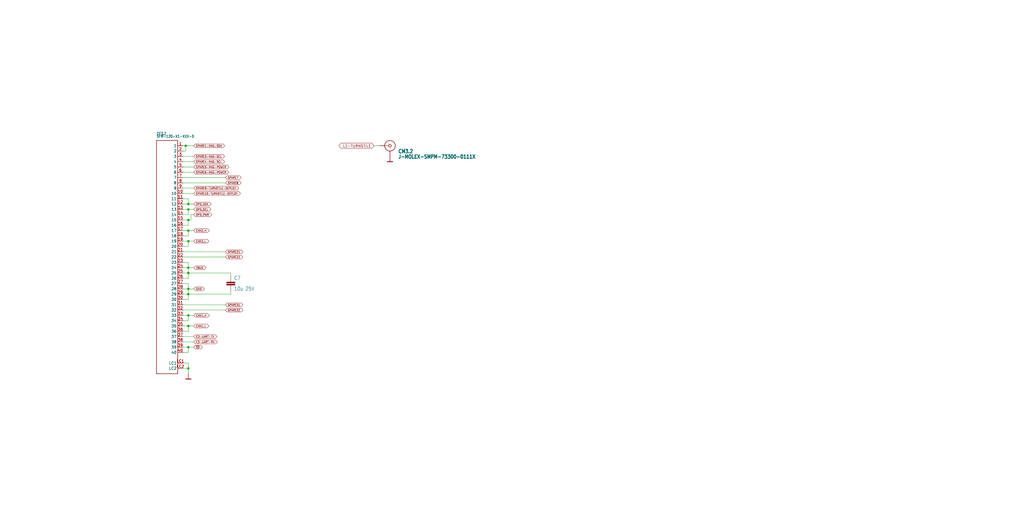
<source format=kicad_sch>
(kicad_sch (version 20211123) (generator eeschema)
  (paper "User" 490.22 254.406)
  (lib_symbols
    (symbol "J-MOLEX-SMPM-73300-0111X:J-MOLEX-SMPM-73300-0111X_1"
      (property "Reference" "CM2.2" (at 3.81 -3.81 0))
      (property "Value" "J-MOLEX-SMPM-73300-0111X_1" (at 3.81 -6.35 0))
      (symbol "J-MOLEX-SMPM-73300-0111X_1_1_0"
        (polyline (pts (xy -2.54 0) (xy -0.635 0)) (stroke (width 0.1524)))
        (circle (center 0 0) (radius 0.635) (stroke (width 0.254)))
        (circle (center 0 0) (radius 2.54) (stroke (width 0.254)))
        (pin passive line (at 0 -5.08 90) (length 2.54) (name "SHIELD1") (number "GND"))
        (pin passive line (at -5.08 0 0) (length 2.54) (name "RF") (number "RF-DOWN"))
      )
    )
    (symbol "oresat0-1u-backplane-eagle-import:C-EU1206-B"
      (property "Reference" "C" (at 1.524 0.381 0))
      (property "Value" "C-EU1206-B" (at 1.524 -4.699 0))
      (symbol "C-EU1206-B_1_0"
        (rectangle (start -2.032 -2.032) (end 2.032 -1.524) (fill (type outline)))
        (rectangle (start -2.032 -1.016) (end 2.032 -0.508) (fill (type outline)))
        (polyline (pts (xy 0 -2.54) (xy 0 -2.032)) (stroke (width 0.1524)))
        (polyline (pts (xy 0 0) (xy 0 -0.508)) (stroke (width 0.1524)))
        (pin passive line (at 0 2.54 270) (length 2.54) (name "1") (number "1"))
        (pin passive line (at 0 -5.08 90) (length 2.54) (name "2") (number "2"))
      )
    )
    (symbol "oresat0-1u-backplane-eagle-import:GND" (power)
      (symbol "GND_1_0"
        (polyline (pts (xy -1.27 -2.54) (xy 1.27 -2.54)) (stroke (width 0.4064)))
        (pin power_in line (at 0 0 270) (length 2.54) (name "GND") (number "1"))
      )
    )
    (symbol "oresat0-1u-backplane-eagle-import:SFM-120-X1-XXX-D"
      (property "Reference" "J" (at -2.54 50.8 0))
      (property "Value" "SFM-120-X1-XXX-D" (at -2.54 49.53 0))
      (symbol "SFM-120-X1-XXX-D_1_0"
        (polyline (pts (xy -2.54 -63.5) (xy -2.54 48.26)) (stroke (width 0.254)))
        (polyline (pts (xy -2.54 48.26) (xy 7.62 48.26)) (stroke (width 0.254)))
        (polyline (pts (xy 7.62 -63.5) (xy -2.54 -63.5)) (stroke (width 0.254)))
        (polyline (pts (xy 7.62 48.26) (xy 7.62 -63.5)) (stroke (width 0.254)))
        (pin passive line (at 10.16 45.72 180) (length 2.54) (name "1") (number "1"))
        (pin passive line (at 10.16 22.86 180) (length 2.54) (name "10") (number "10"))
        (pin passive line (at 10.16 20.32 180) (length 2.54) (name "11") (number "11"))
        (pin passive line (at 10.16 17.78 180) (length 2.54) (name "12") (number "12"))
        (pin passive line (at 10.16 15.24 180) (length 2.54) (name "13") (number "13"))
        (pin passive line (at 10.16 12.7 180) (length 2.54) (name "14") (number "14"))
        (pin passive line (at 10.16 10.16 180) (length 2.54) (name "15") (number "15"))
        (pin passive line (at 10.16 7.62 180) (length 2.54) (name "16") (number "16"))
        (pin passive line (at 10.16 5.08 180) (length 2.54) (name "17") (number "17"))
        (pin passive line (at 10.16 2.54 180) (length 2.54) (name "18") (number "18"))
        (pin passive line (at 10.16 0 180) (length 2.54) (name "19") (number "19"))
        (pin passive line (at 10.16 43.18 180) (length 2.54) (name "2") (number "2"))
        (pin passive line (at 10.16 -2.54 180) (length 2.54) (name "20") (number "20"))
        (pin passive line (at 10.16 -5.08 180) (length 2.54) (name "21") (number "21"))
        (pin passive line (at 10.16 -7.62 180) (length 2.54) (name "22") (number "22"))
        (pin passive line (at 10.16 -10.16 180) (length 2.54) (name "23") (number "23"))
        (pin passive line (at 10.16 -12.7 180) (length 2.54) (name "24") (number "24"))
        (pin passive line (at 10.16 -15.24 180) (length 2.54) (name "25") (number "25"))
        (pin passive line (at 10.16 -17.78 180) (length 2.54) (name "26") (number "26"))
        (pin passive line (at 10.16 -20.32 180) (length 2.54) (name "27") (number "27"))
        (pin passive line (at 10.16 -22.86 180) (length 2.54) (name "28") (number "28"))
        (pin passive line (at 10.16 -25.4 180) (length 2.54) (name "29") (number "29"))
        (pin passive line (at 10.16 40.64 180) (length 2.54) (name "3") (number "3"))
        (pin passive line (at 10.16 -27.94 180) (length 2.54) (name "30") (number "30"))
        (pin passive line (at 10.16 -30.48 180) (length 2.54) (name "31") (number "31"))
        (pin passive line (at 10.16 -33.02 180) (length 2.54) (name "32") (number "32"))
        (pin passive line (at 10.16 -35.56 180) (length 2.54) (name "33") (number "33"))
        (pin passive line (at 10.16 -38.1 180) (length 2.54) (name "34") (number "34"))
        (pin passive line (at 10.16 -40.64 180) (length 2.54) (name "35") (number "35"))
        (pin passive line (at 10.16 -43.18 180) (length 2.54) (name "36") (number "36"))
        (pin passive line (at 10.16 -45.72 180) (length 2.54) (name "37") (number "37"))
        (pin passive line (at 10.16 -48.26 180) (length 2.54) (name "38") (number "38"))
        (pin passive line (at 10.16 -50.8 180) (length 2.54) (name "39") (number "39"))
        (pin passive line (at 10.16 38.1 180) (length 2.54) (name "4") (number "4"))
        (pin passive line (at 10.16 -53.34 180) (length 2.54) (name "40") (number "40"))
        (pin passive line (at 10.16 35.56 180) (length 2.54) (name "5") (number "5"))
        (pin passive line (at 10.16 33.02 180) (length 2.54) (name "6") (number "6"))
        (pin passive line (at 10.16 30.48 180) (length 2.54) (name "7") (number "7"))
        (pin passive line (at 10.16 27.94 180) (length 2.54) (name "8") (number "8"))
        (pin passive line (at 10.16 25.4 180) (length 2.54) (name "9") (number "9"))
        (pin passive line (at 10.16 -58.42 180) (length 2.54) (name "LC1") (number "LC1"))
        (pin passive line (at 10.16 -60.96 180) (length 2.54) (name "LC2") (number "LC2"))
      )
    )
  )
  (junction (at 90.17 166.37))
  (junction (at 90.17 130.81))
  (junction (at 90.17 110.49))
  (junction (at 90.17 138.43))
  (junction (at 90.17 105.41))
  (junction (at 88.9 69.85))
  (junction (at 90.17 151.13))
  (junction (at 90.17 156.21))
  (junction (at 90.17 140.97))
  (junction (at 90.17 115.57))
  (junction (at 90.17 97.79))
  (junction (at 90.17 128.27))
  (junction (at 90.17 100.33))
  (junction (at 90.17 176.53))
  (wire (pts (xy 87.63 125.73) (xy 90.17 125.73)))
  (wire (pts (xy 110.49 139.7) (xy 110.49 140.97)))
  (wire (pts (xy 90.17 100.33) (xy 90.17 102.87)))
  (wire (pts (xy 110.49 140.97) (xy 90.17 140.97)))
  (wire (pts (xy 87.63 80.01) (xy 92.71 80.01)))
  (wire (pts (xy 87.63 100.33) (xy 90.17 100.33)))
  (wire (pts (xy 87.63 135.89) (xy 90.17 135.89)))
  (wire (pts (xy 87.63 69.85) (xy 88.9 69.85)))
  (wire (pts (xy 92.71 115.57) (xy 90.17 115.57)))
  (wire (pts (xy 90.17 130.81) (xy 90.17 133.35)))
  (wire (pts (xy 92.71 156.21) (xy 90.17 156.21)))
  (wire (pts (xy 110.49 130.81) (xy 110.49 132.08)))
  (wire (pts (xy 92.71 138.43) (xy 90.17 138.43)))
  (wire (pts (xy 90.17 166.37) (xy 87.63 166.37)))
  (wire (pts (xy 90.17 115.57) (xy 87.63 115.57)))
  (wire (pts (xy 87.63 85.09) (xy 107.95 85.09)))
  (wire (pts (xy 90.17 138.43) (xy 90.17 140.97)))
  (wire (pts (xy 87.63 138.43) (xy 90.17 138.43)))
  (wire (pts (xy 87.63 123.19) (xy 107.95 123.19)))
  (wire (pts (xy 90.17 130.81) (xy 110.49 130.81)))
  (wire (pts (xy 87.63 97.79) (xy 90.17 97.79)))
  (wire (pts (xy 90.17 158.75) (xy 90.17 156.21)))
  (wire (pts (xy 87.63 168.91) (xy 90.17 168.91)))
  (wire (pts (xy 87.63 113.03) (xy 90.17 113.03)))
  (wire (pts (xy 92.71 166.37) (xy 90.17 166.37)))
  (wire (pts (xy 87.63 143.51) (xy 90.17 143.51)))
  (wire (pts (xy 90.17 151.13) (xy 87.63 151.13)))
  (wire (pts (xy 88.9 69.85) (xy 92.71 69.85)))
  (wire (pts (xy 90.17 168.91) (xy 90.17 166.37)))
  (wire (pts (xy 90.17 128.27) (xy 87.63 128.27)))
  (wire (pts (xy 87.63 158.75) (xy 90.17 158.75)))
  (wire (pts (xy 88.9 72.39) (xy 88.9 69.85)))
  (wire (pts (xy 87.63 74.93) (xy 92.71 74.93)))
  (wire (pts (xy 87.63 107.95) (xy 90.17 107.95)))
  (wire (pts (xy 91.44 102.87) (xy 91.44 105.41)))
  (wire (pts (xy 87.63 87.63) (xy 107.95 87.63)))
  (wire (pts (xy 92.71 128.27) (xy 90.17 128.27)))
  (wire (pts (xy 90.17 156.21) (xy 87.63 156.21)))
  (wire (pts (xy 90.17 102.87) (xy 87.63 102.87)))
  (wire (pts (xy 87.63 90.17) (xy 92.71 90.17)))
  (wire (pts (xy 92.71 151.13) (xy 90.17 151.13)))
  (wire (pts (xy 90.17 107.95) (xy 90.17 105.41)))
  (wire (pts (xy 90.17 140.97) (xy 87.63 140.97)))
  (wire (pts (xy 91.44 105.41) (xy 90.17 105.41)))
  (wire (pts (xy 87.63 120.65) (xy 107.95 120.65)))
  (wire (pts (xy 92.71 110.49) (xy 90.17 110.49)))
  (wire (pts (xy 90.17 133.35) (xy 87.63 133.35)))
  (wire (pts (xy 87.63 92.71) (xy 92.71 92.71)))
  (wire (pts (xy 87.63 176.53) (xy 90.17 176.53)))
  (wire (pts (xy 87.63 72.39) (xy 88.9 72.39)))
  (wire (pts (xy 90.17 110.49) (xy 90.17 113.03)))
  (wire (pts (xy 90.17 125.73) (xy 90.17 128.27)))
  (wire (pts (xy 90.17 115.57) (xy 90.17 118.11)))
  (wire (pts (xy 90.17 100.33) (xy 92.71 100.33)))
  (wire (pts (xy 90.17 135.89) (xy 90.17 138.43)))
  (wire (pts (xy 90.17 176.53) (xy 90.17 179.07)))
  (wire (pts (xy 90.17 128.27) (xy 90.17 130.81)))
  (wire (pts (xy 92.71 97.79) (xy 90.17 97.79)))
  (wire (pts (xy 87.63 146.05) (xy 107.95 146.05)))
  (wire (pts (xy 181.61 69.85) (xy 179.07 69.85)))
  (wire (pts (xy 90.17 130.81) (xy 87.63 130.81)))
  (wire (pts (xy 87.63 82.55) (xy 92.71 82.55)))
  (wire (pts (xy 90.17 95.25) (xy 87.63 95.25)))
  (wire (pts (xy 87.63 163.83) (xy 92.71 163.83)))
  (wire (pts (xy 90.17 143.51) (xy 90.17 140.97)))
  (wire (pts (xy 92.71 102.87) (xy 91.44 102.87)))
  (wire (pts (xy 87.63 173.99) (xy 90.17 173.99)))
  (wire (pts (xy 90.17 97.79) (xy 90.17 95.25)))
  (wire (pts (xy 87.63 148.59) (xy 107.95 148.59)))
  (wire (pts (xy 87.63 153.67) (xy 90.17 153.67)))
  (wire (pts (xy 90.17 105.41) (xy 87.63 105.41)))
  (wire (pts (xy 87.63 77.47) (xy 92.71 77.47)))
  (wire (pts (xy 90.17 173.99) (xy 90.17 176.53)))
  (wire (pts (xy 87.63 161.29) (xy 92.71 161.29)))
  (wire (pts (xy 90.17 110.49) (xy 87.63 110.49)))
  (wire (pts (xy 90.17 153.67) (xy 90.17 151.13)))
  (wire (pts (xy 87.63 118.11) (xy 90.17 118.11)))
  (global_label "SPARE9-TURNSTILE-DEPLOY" (shape bidirectional) (at 92.71 90.17 0) (effects (font (size 0.889 0.889))) (property "Intersheet References" "${INTERSHEET_REFS}" (effects hide)))
  (global_label "SPARE8" (shape bidirectional) (at 107.95 87.63 0) (effects (font (size 0.889 0.889))) (property "Intersheet References" "${INTERSHEET_REFS}" (effects hide)))
  (global_label "L1-TURNSTILE" (shape bidirectional) (at 179.07 69.85 180) (effects (font (size 1.2446 1.2446))) (property "Intersheet References" "${INTERSHEET_REFS}" (effects hide)))
  (global_label "CAN2_L" (shape bidirectional) (at 92.71 115.57 0) (effects (font (size 0.889 0.889))) (property "Intersheet References" "${INTERSHEET_REFS}" (effects hide)))
  (global_label "OPD_SCL" (shape bidirectional) (at 92.71 100.33 0) (effects (font (size 0.889 0.889))) (property "Intersheet References" "${INTERSHEET_REFS}" (effects hide)))
  (global_label "SPARE7" (shape bidirectional) (at 107.95 85.09 0) (effects (font (size 0.889 0.889))) (property "Intersheet References" "${INTERSHEET_REFS}" (effects hide)))
  (global_label "SPARE31" (shape bidirectional) (at 107.95 146.05 0) (effects (font (size 0.889 0.889))) (property "Intersheet References" "${INTERSHEET_REFS}" (effects hide)))
  (global_label "C3-UART-TX" (shape bidirectional) (at 92.71 161.29 0) (effects (font (size 0.889 0.889))) (property "Intersheet References" "${INTERSHEET_REFS}" (effects hide)))
  (global_label "SPARE22" (shape bidirectional) (at 107.95 123.19 0) (effects (font (size 0.889 0.889))) (property "Intersheet References" "${INTERSHEET_REFS}" (effects hide)))
  (global_label "OPD_SDA" (shape bidirectional) (at 92.71 97.79 0) (effects (font (size 0.889 0.889))) (property "Intersheet References" "${INTERSHEET_REFS}" (effects hide)))
  (global_label "SPARE3-MAG-SCL" (shape bidirectional) (at 92.71 74.93 0) (effects (font (size 0.889 0.889))) (property "Intersheet References" "${INTERSHEET_REFS}" (effects hide)))
  (global_label "SPARE4-MAG-SCL" (shape bidirectional) (at 92.71 77.47 0) (effects (font (size 0.889 0.889))) (property "Intersheet References" "${INTERSHEET_REFS}" (effects hide)))
  (global_label "CAN1_H" (shape bidirectional) (at 92.71 151.13 0) (effects (font (size 0.889 0.889))) (property "Intersheet References" "${INTERSHEET_REFS}" (effects hide)))
  (global_label "CAN1_L" (shape bidirectional) (at 92.71 156.21 0) (effects (font (size 0.889 0.889))) (property "Intersheet References" "${INTERSHEET_REFS}" (effects hide)))
  (global_label "SPARE6-MAG-POWER" (shape bidirectional) (at 92.71 82.55 0) (effects (font (size 0.889 0.889))) (property "Intersheet References" "${INTERSHEET_REFS}" (effects hide)))
  (global_label "SPARE32" (shape bidirectional) (at 107.95 148.59 0) (effects (font (size 0.889 0.889))) (property "Intersheet References" "${INTERSHEET_REFS}" (effects hide)))
  (global_label "SPARE21" (shape bidirectional) (at 107.95 120.65 0) (effects (font (size 0.889 0.889))) (property "Intersheet References" "${INTERSHEET_REFS}" (effects hide)))
  (global_label "SPARE1-MAG-SDA" (shape bidirectional) (at 92.71 69.85 0) (effects (font (size 0.889 0.889))) (property "Intersheet References" "${INTERSHEET_REFS}" (effects hide)))
  (global_label "GND" (shape bidirectional) (at 92.71 138.43 0) (effects (font (size 0.889 0.889))) (property "Intersheet References" "${INTERSHEET_REFS}" (effects hide)))
  (global_label "SPARE10-TURNSTILE-DEPLOY" (shape bidirectional) (at 92.71 92.71 0) (effects (font (size 0.889 0.889))) (property "Intersheet References" "${INTERSHEET_REFS}" (effects hide)))
  (global_label "C3-UART-RX" (shape bidirectional) (at 92.71 163.83 0) (effects (font (size 0.889 0.889))) (property "Intersheet References" "${INTERSHEET_REFS}" (effects hide)))
  (global_label "~{SD}" (shape bidirectional) (at 92.71 166.37 0) (effects (font (size 0.889 0.889))) (property "Intersheet References" "${INTERSHEET_REFS}" (effects hide)))
  (global_label "VBUS" (shape bidirectional) (at 92.71 128.27 0) (effects (font (size 0.889 0.889))) (property "Intersheet References" "${INTERSHEET_REFS}" (effects hide)))
  (global_label "CAN2_H" (shape bidirectional) (at 92.71 110.49 0) (effects (font (size 0.889 0.889))) (property "Intersheet References" "${INTERSHEET_REFS}" (effects hide)))
  (global_label "OPD_PWR" (shape bidirectional) (at 92.71 102.87 0) (effects (font (size 0.889 0.889))) (property "Intersheet References" "${INTERSHEET_REFS}" (effects hide)))
  (global_label "SPARE5-MAG-POWER" (shape bidirectional) (at 92.71 80.01 0) (effects (font (size 0.889 0.889))) (property "Intersheet References" "${INTERSHEET_REFS}" (effects hide)))
  (symbol (lib_id "oresat0-1u-backplane-eagle-import:GND") (at 186.69 74.93 0) (unit 1)
    (property "Reference" "#GND01" (effects hide))
    (property "Value" "GND" (effects hide))
    (property "Footprint" "oresat0-1u-backplane:" (effects hide))
  )
  (symbol (lib_id "oresat0-1u-backplane-eagle-import:GND") (at 90.17 179.07 0) (unit 1)
    (property "Reference" "#GND0103" (effects hide))
    (property "Value" "GND" (effects hide))
    (property "Footprint" "oresat0-1u-backplane:" (effects hide))
  )
  (symbol (lib_id "oresat0-1u-backplane-eagle-import:SFM-120-X1-XXX-D") (at 77.47 115.57 0) (unit 1)
    (property "Reference" "CF3.2" (at 74.93 64.77 0) (effects (font (size 1.27 1.0795)) (justify left bottom)))
    (property "Value" "SFM-120-X1-XXX-D" (at 74.93 66.04 0) (effects (font (size 1.27 1.0795)) (justify left bottom)))
    (property "Footprint" "oresat0-1u-backplane:SFM-120-X1-XXX-D" (effects hide))
  )
  (symbol (lib_id "oresat0-1u-backplane-eagle-import:C-EU1206-B") (at 110.49 134.62 0) (unit 1)
    (property "Reference" "C7" (at 112.014 134.239 0) (effects (font (size 1.778 1.5113)) (justify left bottom)))
    (property "Value" "10u 25V" (at 112.014 139.319 0) (effects (font (size 1.778 1.5113)) (justify left bottom)))
    (property "Footprint" "oresat0-1u-backplane:1206-B" (effects hide))
  )
  (symbol (lib_id "J-MOLEX-SMPM-73300-0111X:J-MOLEX-SMPM-73300-0111X_1") (at 186.69 69.85 0) (unit 1)
    (property "Reference" "CM3.2" (at 190.5 73.66 0) (effects (font (size 1.778 1.5113) bold) (justify left bottom)))
    (property "Value" "J-MOLEX-SMPM-73300-0111X" (at 190.5 76.2 0) (effects (font (size 1.778 1.5113) bold) (justify left bottom)))
    (property "Footprint" "oresat-footprints:J-MOLEX-SMPM-73300-0111X-long" (effects hide))
  )
)
</source>
